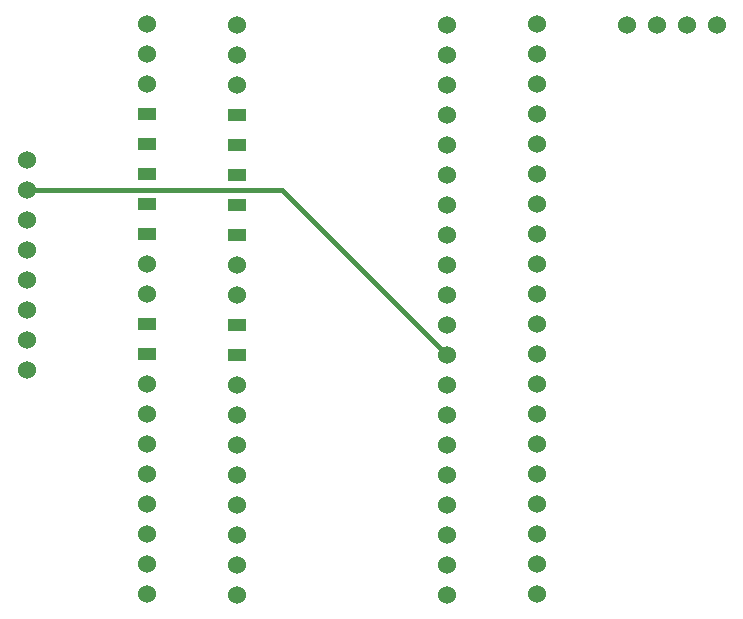
<source format=gbr>
G04 DesignSpark PCB Gerber Version 11.0 Build 5877*
%FSLAX35Y35*%
%MOIN*%
%ADD13C,0.01500*%
%ADD15C,0.06000*%
%ADD16R,0.06000X0.04000*%
X0Y0D02*
D02*
D13*
X35250Y165250D02*
X120250D01*
X175250Y110250D01*
X105250Y140250D02*
D02*
D15*
X35250Y105250D03*
Y115250D03*
Y125250D03*
Y135250D03*
Y145250D03*
Y155250D03*
Y165250D03*
Y175250D03*
X75250Y30750D03*
Y40750D03*
Y50750D03*
Y60750D03*
Y70750D03*
Y80750D03*
Y90750D03*
Y100750D03*
Y130750D03*
Y140750D03*
Y200750D03*
Y210750D03*
Y220750D03*
X105250Y30250D03*
Y40250D03*
Y50250D03*
Y60250D03*
Y70250D03*
Y80250D03*
Y90250D03*
Y100250D03*
Y130250D03*
Y140250D03*
Y200250D03*
Y210250D03*
Y220250D03*
X175250Y30250D03*
Y40250D03*
Y50250D03*
Y60250D03*
Y70250D03*
Y80250D03*
Y90250D03*
Y100250D03*
Y110250D03*
Y120250D03*
Y130250D03*
Y140250D03*
Y150250D03*
Y160250D03*
Y170250D03*
Y180250D03*
Y190250D03*
Y200250D03*
Y210250D03*
Y220250D03*
X205250Y30750D03*
Y40750D03*
Y50750D03*
Y60750D03*
Y70750D03*
Y80750D03*
Y90750D03*
Y100750D03*
Y110750D03*
Y120750D03*
Y130750D03*
Y140750D03*
Y150750D03*
Y160750D03*
Y170750D03*
Y180750D03*
Y190750D03*
Y200750D03*
Y210750D03*
Y220750D03*
X235250Y220250D03*
X245250D03*
X255250D03*
X265250D03*
D02*
D16*
X75250Y110750D03*
Y120750D03*
Y150750D03*
Y160750D03*
Y170750D03*
Y180750D03*
Y190750D03*
X105250Y110250D03*
Y120250D03*
Y150250D03*
Y160250D03*
Y170250D03*
Y180250D03*
Y190250D03*
X0Y0D02*
M02*

</source>
